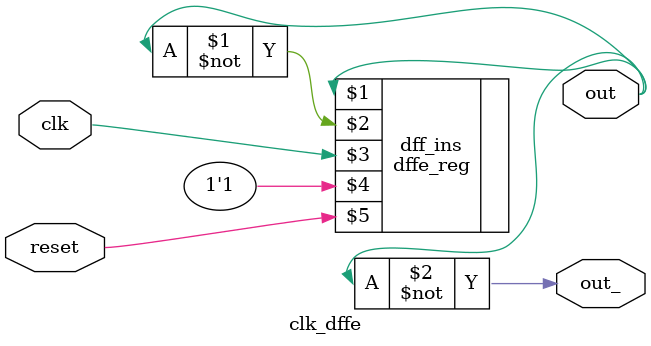
<source format=v>
module clock_divider(div_clock, clk, rst);
	
	input clk, rst;
	output reg div_clock;
	
	always @(posedge clk or posedge rst) 
	begin
	if (~rst)
		div_clock <= 1'b0;
	else
		div_clock <= ~div_clock;
	end
	
endmodule

module clk_dffe(clk,reset,out,out_);

	input clk,reset;
	output out,out_;

	//module dffe_reg(q, d, clk, en, clr);
	dffe_reg dff_ins(out,~out,clk,1'b1,reset);
	assign out_ = ~out;

endmodule
</source>
